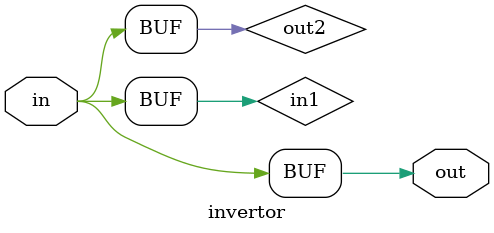
<source format=v>
`timescale 1ns / 1ps

module invertor(
    input in,
    output out
);
    wire in1,out1,out2;


    assign in1 = in;
    assign out1 = ~in;
    assign out2 = ~out1;
    assign out = out2;

endmodule

</source>
